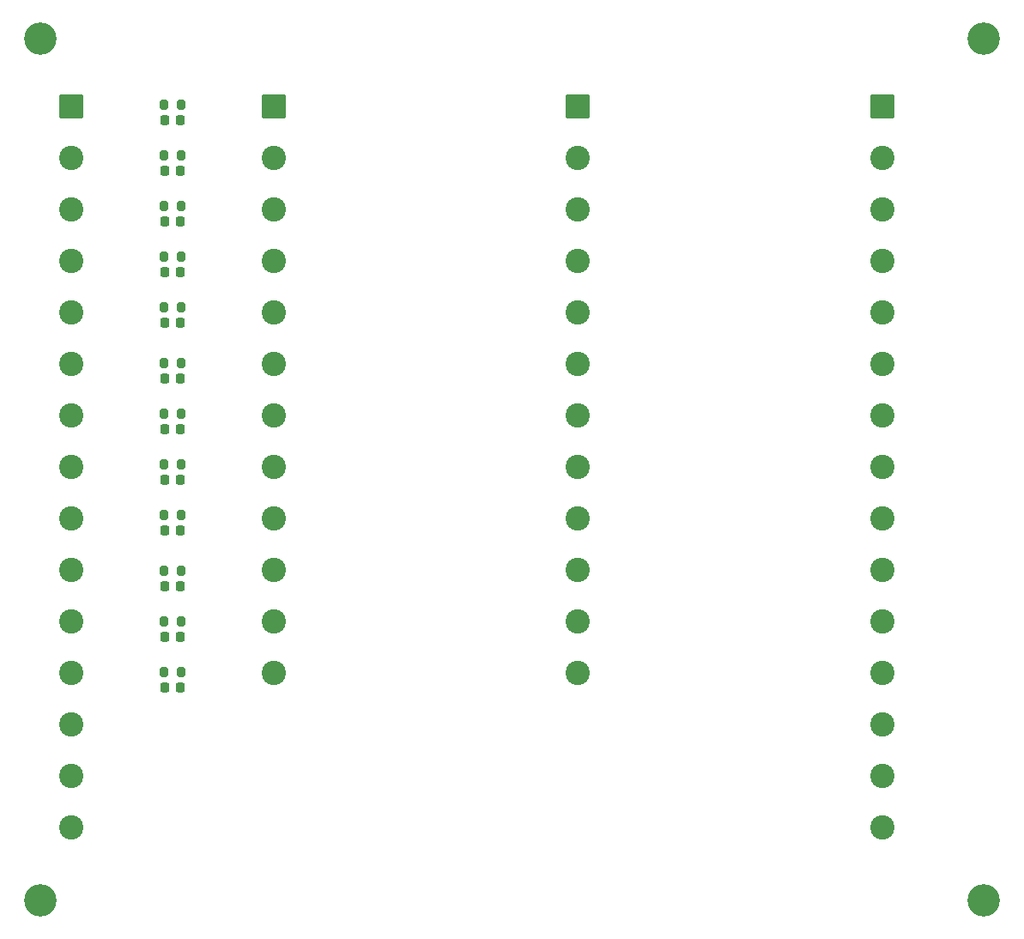
<source format=gbr>
%TF.GenerationSoftware,KiCad,Pcbnew,9.0.2*%
%TF.CreationDate,2026-01-05T12:02:41+00:00*%
%TF.ProjectId,endstop-interface-board,656e6473-746f-4702-9d69-6e7465726661,rev?*%
%TF.SameCoordinates,Original*%
%TF.FileFunction,Soldermask,Top*%
%TF.FilePolarity,Negative*%
%FSLAX46Y46*%
G04 Gerber Fmt 4.6, Leading zero omitted, Abs format (unit mm)*
G04 Created by KiCad (PCBNEW 9.0.2) date 2026-01-05 12:02:41*
%MOMM*%
%LPD*%
G01*
G04 APERTURE LIST*
G04 Aperture macros list*
%AMRoundRect*
0 Rectangle with rounded corners*
0 $1 Rounding radius*
0 $2 $3 $4 $5 $6 $7 $8 $9 X,Y pos of 4 corners*
0 Add a 4 corners polygon primitive as box body*
4,1,4,$2,$3,$4,$5,$6,$7,$8,$9,$2,$3,0*
0 Add four circle primitives for the rounded corners*
1,1,$1+$1,$2,$3*
1,1,$1+$1,$4,$5*
1,1,$1+$1,$6,$7*
1,1,$1+$1,$8,$9*
0 Add four rect primitives between the rounded corners*
20,1,$1+$1,$2,$3,$4,$5,0*
20,1,$1+$1,$4,$5,$6,$7,0*
20,1,$1+$1,$6,$7,$8,$9,0*
20,1,$1+$1,$8,$9,$2,$3,0*%
G04 Aperture macros list end*
%ADD10RoundRect,0.250001X-0.949999X0.949999X-0.949999X-0.949999X0.949999X-0.949999X0.949999X0.949999X0*%
%ADD11C,2.400000*%
%ADD12RoundRect,0.200000X-0.200000X-0.275000X0.200000X-0.275000X0.200000X0.275000X-0.200000X0.275000X0*%
%ADD13C,3.200000*%
%ADD14RoundRect,0.225000X-0.225000X-0.250000X0.225000X-0.250000X0.225000X0.250000X-0.225000X0.250000X0*%
G04 APERTURE END LIST*
D10*
%TO.C,J3*%
X86500000Y-64140000D03*
D11*
X86500000Y-69220000D03*
X86500000Y-74300000D03*
X86500000Y-79380000D03*
X86500000Y-84460000D03*
X86500000Y-89540000D03*
X86500000Y-94620000D03*
X86500000Y-99700000D03*
X86500000Y-104780000D03*
X86500000Y-109860000D03*
X86500000Y-114940000D03*
X86500000Y-120020000D03*
%TD*%
D12*
%TO.C,R9*%
X77325000Y-104500000D03*
X75675000Y-104500000D03*
%TD*%
D10*
%TO.C,J1*%
X66500000Y-64140000D03*
D11*
X66500000Y-69220000D03*
X66500000Y-74300000D03*
X66500000Y-79380000D03*
X66500000Y-84460000D03*
X66500000Y-89540000D03*
X66500000Y-94620000D03*
X66500000Y-99700000D03*
X66500000Y-104780000D03*
X66500000Y-109860000D03*
X66500000Y-114940000D03*
X66500000Y-120020000D03*
X66500000Y-125100000D03*
X66500000Y-130180000D03*
X66500000Y-135260000D03*
%TD*%
%TO.C,J2*%
X116500000Y-120020000D03*
X116500000Y-114940000D03*
X116500000Y-109860000D03*
X116500000Y-104780000D03*
X116500000Y-99700000D03*
X116500000Y-94620000D03*
X116500000Y-89540000D03*
X116500000Y-84460000D03*
X116500000Y-79380000D03*
X116500000Y-74300000D03*
X116500000Y-69220000D03*
D10*
X116500000Y-64140000D03*
%TD*%
D12*
%TO.C,R12*%
X75675000Y-120000000D03*
X77325000Y-120000000D03*
%TD*%
%TO.C,R11*%
X75675000Y-115000000D03*
X77325000Y-115000000D03*
%TD*%
%TO.C,R10*%
X75675000Y-110000000D03*
X77325000Y-110000000D03*
%TD*%
%TO.C,R8*%
X75675000Y-99500000D03*
X77325000Y-99500000D03*
%TD*%
%TO.C,R7*%
X75675000Y-94500000D03*
X77325000Y-94500000D03*
%TD*%
%TO.C,R6*%
X75675000Y-89500000D03*
X77325000Y-89500000D03*
%TD*%
%TO.C,R5*%
X75675000Y-84000000D03*
X77325000Y-84000000D03*
%TD*%
%TO.C,R4*%
X75675000Y-79000000D03*
X77325000Y-79000000D03*
%TD*%
%TO.C,R3*%
X75675000Y-74000000D03*
X77325000Y-74000000D03*
%TD*%
%TO.C,R2*%
X75675000Y-69000000D03*
X77325000Y-69000000D03*
%TD*%
%TO.C,R1*%
X75675000Y-64000000D03*
X77325000Y-64000000D03*
%TD*%
D10*
%TO.C,J4*%
X146500000Y-64140000D03*
D11*
X146500000Y-69220000D03*
X146500000Y-74300000D03*
X146500000Y-79380000D03*
X146500000Y-84460000D03*
X146500000Y-89540000D03*
X146500000Y-94620000D03*
X146500000Y-99700000D03*
X146500000Y-104780000D03*
X146500000Y-109860000D03*
X146500000Y-114940000D03*
X146500000Y-120020000D03*
X146500000Y-125100000D03*
X146500000Y-130180000D03*
X146500000Y-135260000D03*
%TD*%
D13*
%TO.C,H4*%
X156500000Y-142500000D03*
%TD*%
%TO.C,H3*%
X156500000Y-57500000D03*
%TD*%
%TO.C,H2*%
X63500000Y-142500000D03*
%TD*%
%TO.C,H1*%
X63500000Y-57500000D03*
%TD*%
D14*
%TO.C,C12*%
X75725000Y-121500000D03*
X77275000Y-121500000D03*
%TD*%
%TO.C,C11*%
X75725000Y-116500000D03*
X77275000Y-116500000D03*
%TD*%
%TO.C,C10*%
X75725000Y-111500000D03*
X77275000Y-111500000D03*
%TD*%
%TO.C,C9*%
X75725000Y-105970000D03*
X77275000Y-105970000D03*
%TD*%
%TO.C,C8*%
X75725000Y-101000000D03*
X77275000Y-101000000D03*
%TD*%
%TO.C,C7*%
X75725000Y-96000000D03*
X77275000Y-96000000D03*
%TD*%
%TO.C,C6*%
X75725000Y-91000000D03*
X77275000Y-91000000D03*
%TD*%
%TO.C,C5*%
X75725000Y-85500000D03*
X77275000Y-85500000D03*
%TD*%
%TO.C,C4*%
X75725000Y-80500000D03*
X77275000Y-80500000D03*
%TD*%
%TO.C,C3*%
X75725000Y-75500000D03*
X77275000Y-75500000D03*
%TD*%
%TO.C,C2*%
X75725000Y-70500000D03*
X77275000Y-70500000D03*
%TD*%
%TO.C,C1*%
X75725000Y-65500000D03*
X77275000Y-65500000D03*
%TD*%
M02*

</source>
